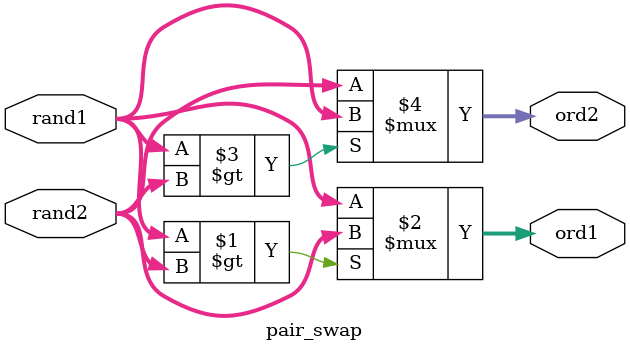
<source format=v>
/*

	Уппорядочивает два значения

*/
module pair_swap
	#(
		parameter WIDTH = 8  // размерность элемента
	)
	(
		// не уппорядоченная пара значений
		input [WIDTH-1:0] rand1,
		input [WIDTH-1:0] rand2,
		
		// уппорядоченная пара значений
		output [WIDTH-1:0] ord1,
		output [WIDTH-1:0] ord2
	);

	assign
		ord1 = rand1 > rand2 ? rand2 : rand1,
		ord2 = rand1 > rand2 ? rand1 : rand2;

endmodule

</source>
